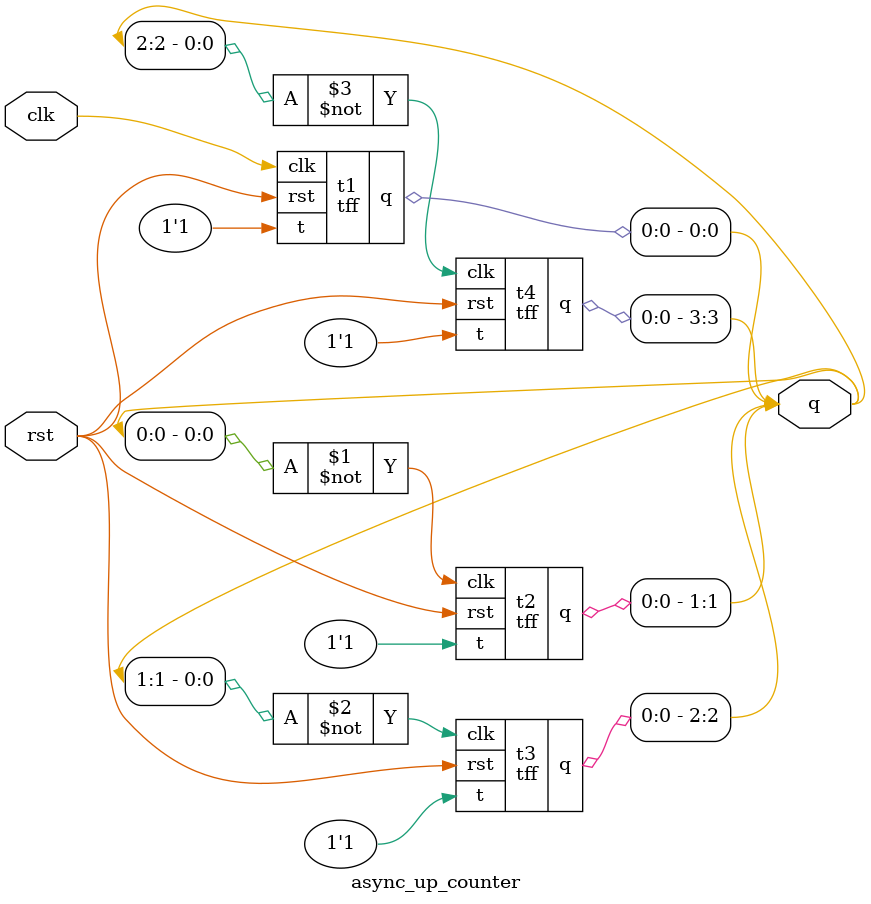
<source format=v>
module tff(input t,clk,rst, output reg q);
always @(posedge clk or posedge rst) begin
	if(rst) q<=0;
	else if(t) q<=~q;
end
endmodule

module async_up_counter(input clk,rst, output [3:0] q);
tff t1(.clk(clk),.rst(rst),.t(1'b1),.q(q[0]));
tff t2(.clk(~q[0]),.rst(rst),.t(1'b1),.q(q[1]));
tff t3(.clk(~q[1]),.rst(rst),.t(1'b1),.q(q[2]));
tff t4(.clk(~q[2]),.rst(rst),.t(1'b1),.q(q[3]));
endmodule

</source>
